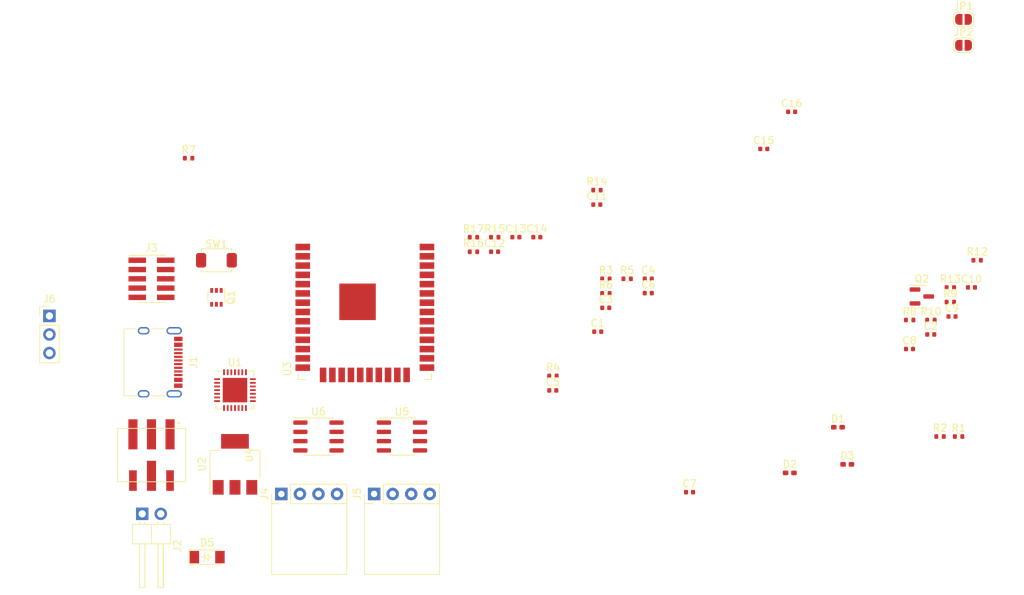
<source format=kicad_pcb>
(kicad_pcb (version 20211014) (generator pcbnew)
  (layers (0 "F.Cu" signal) (31 "B.Cu" signal) (34 "B.Paste" user) (35 "F.Paste" user) (36 "B.SilkS" user "B.Silkscreen") (37 "F.SilkS" user "F.Silkscreen") (38 "B.Mask" user) (39 "F.Mask" user) (44 "Edge.Cuts" user))
  (net 0 "")
  (net 4 "Net-(C2-Pad2)")
  (net 6 "Net-(D5-Pad2)")
  (net 7 "Net-(J2-Pad2)")
  (net 17 "GNDD")
  (net 19 "Net-(J1-PadA5)")
  (net 21 "Net-(J1-PadB5)")
  (net 23 "Net-(R6-Pad1)")
  (net 24 "+3V3")
  (net 25 "Net-(D3-Pad2)")
  (net 26 "Net-(D1-Pad2)")
  (net 27 "Net-(D2-Pad2)")
  (net 34 "Net-(R8-Pad2)")
  (net 37 "Net-(J3-Pad1)")
  (net 42 "Net-(R9-Pad2)")
  (net 43 "Net-(C3-Pad2)")
  (net 50 "Net-(C12-Pad2)")
  (net 51 "Net-(C14-Pad2)")
  (net 55 "Net-(J4-Pad1)")
  (net 56 "Net-(J4-Pad4)")
  (net 61 "Net-(C1-Pad2)")
  (net 62 "VBUS")
  (net 63 "EN")
  (net 64 "D+")
  (net 65 "Net-(R14-Pad2)")
  (net 66 "D-")
  (net 67 "Net-(R15-Pad2)")
  (net 68 "ESP_TMS")
  (net 69 "ESP_TCK")
  (net 71 "Net-(J4-Pad2)")
  (net 72 "Net-(J5-Pad2)")
  (net 73 "Net-(J4-Pad3)")
  (net 74 "Net-(J5-Pad3)")
  (net 75 "ESP_TDO")
  (net 76 "ESP_TDI")
  (net 77 "RTS")
  (net 78 "DTR")
  (net 79 "IO0")
  (net 80 "LED1")
  (net 81 "LED2")
  (net 82 "TXD0")
  (net 83 "RXD0")
  (net 84 "CHB")
  (net 85 "CHA")
  (net 86 "CFG1")
  (net 87 "CFG2")
  (net 88 "SWITCH")
  (net 89 "Net-(C10-Pad2)")
  (footprint "Capacitor_SMD:C_0402_1005Metric" (layer "F.Cu") (at 130.937 79.629)
    (fp_text reference "C1" (at 0 -1.16) (layer "F.SilkS"))
    (fp_text value "100n")
    (pad "1" smd roundrect (at -0.48 0) (size 0.56 0.62) (layers "F.Cu" "F.Paste" "F.Mask") (net 17 "GNDD"))
    (pad "2" smd roundrect (at 0.48 0) (size 0.56 0.62) (layers "F.Cu" "F.Paste" "F.Mask") (net 61 "Net-(C1-Pad2)"))
  )
  (footprint "Capacitor_SMD:C_0402_1005Metric" (layer "F.Cu") (at 132.037 76.359)
    (fp_text reference "C3" (at 0 -1.16) (layer "F.SilkS"))
    (fp_text value "10u")
    (pad "1" smd roundrect (at -0.48 0) (size 0.56 0.62) (layers "F.Cu" "F.Paste" "F.Mask") (net 17 "GNDD"))
    (pad "2" smd roundrect (at 0.48 0) (size 0.56 0.62) (layers "F.Cu" "F.Paste" "F.Mask") (net 43 "Net-(C3-Pad2)"))
  )
  (footprint "Capacitor_SMD:C_0402_1005Metric" (layer "F.Cu") (at 137.857 72.379)
    (fp_text reference "C4" (at 0 -1.16) (layer "F.SilkS"))
    (fp_text value "100n")
    (pad "1" smd roundrect (at -0.48 0) (size 0.56 0.62) (layers "F.Cu" "F.Paste" "F.Mask") (net 17 "GNDD"))
    (pad "2" smd roundrect (at 0.48 0) (size 0.56 0.62) (layers "F.Cu" "F.Paste" "F.Mask") (net 43 "Net-(C3-Pad2)"))
  )
  (footprint "Capacitor_SMD:C_0402_1005Metric" (layer "F.Cu") (at 124.787 87.669)
    (fp_text reference "C5" (at 0 -1.16) (layer "F.SilkS"))
    (fp_text value "100n")
    (pad "1" smd roundrect (at -0.48 0) (size 0.56 0.62) (layers "F.Cu" "F.Paste" "F.Mask") (net 17 "GNDD"))
    (pad "2" smd roundrect (at 0.48 0) (size 0.56 0.62) (layers "F.Cu" "F.Paste" "F.Mask") (net 62 "VBUS"))
  )
  (footprint "Capacitor_SMD:C_0402_1005Metric" (layer "F.Cu") (at 137.857 74.349)
    (fp_text reference "C6" (at 0 -1.16) (layer "F.SilkS"))
    (fp_text value "100n")
    (pad "1" smd roundrect (at -0.48 0) (size 0.56 0.62) (layers "F.Cu" "F.Paste" "F.Mask") (net 24 "+3V3"))
    (pad "2" smd roundrect (at 0.48 0) (size 0.56 0.62) (layers "F.Cu" "F.Paste" "F.Mask") (net 17 "GNDD"))
  )
  (footprint "Resistor_SMD:R_0402_1005Metric" (layer "F.Cu") (at 132.057 72.389)
    (fp_text reference "R3" (at 0 -1.17) (layer "F.SilkS"))
    (fp_text value "5K1")
    (pad "1" smd roundrect (at -0.51 0) (size 0.54 0.64) (layers "F.Cu" "F.Paste" "F.Mask") (net 25 "Net-(D3-Pad2)"))
    (pad "2" smd roundrect (at 0.51 0) (size 0.54 0.64) (layers "F.Cu" "F.Paste" "F.Mask") (net 24 "+3V3"))
  )
  (footprint "Resistor_SMD:R_0402_1005Metric" (layer "F.Cu") (at 124.807 85.689)
    (fp_text reference "R4" (at 0 -1.17) (layer "F.SilkS"))
    (fp_text value "5K1")
    (pad "1" smd roundrect (at -0.51 0) (size 0.54 0.64) (layers "F.Cu" "F.Paste" "F.Mask") (net 26 "Net-(D1-Pad2)"))
    (pad "2" smd roundrect (at 0.51 0) (size 0.54 0.64) (layers "F.Cu" "F.Paste" "F.Mask") (net 80 "LED1"))
  )
  (footprint "Resistor_SMD:R_0402_1005Metric" (layer "F.Cu") (at 134.967 72.389)
    (fp_text reference "R5" (at 0 -1.17) (layer "F.SilkS"))
    (fp_text value "5K1")
    (pad "1" smd roundrect (at -0.51 0) (size 0.54 0.64) (layers "F.Cu" "F.Paste" "F.Mask") (net 27 "Net-(D2-Pad2)"))
    (pad "2" smd roundrect (at 0.51 0) (size 0.54 0.64) (layers "F.Cu" "F.Paste" "F.Mask") (net 81 "LED2"))
  )
  (footprint "Resistor_SMD:R_0402_1005Metric" (layer "F.Cu") (at 132.057 74.379)
    (fp_text reference "R6" (at 0 -1.17) (layer "F.SilkS"))
    (fp_text value "5K1")
    (pad "1" smd roundrect (at -0.51 0) (size 0.54 0.64) (layers "F.Cu" "F.Paste" "F.Mask") (net 23 "Net-(R6-Pad1)"))
    (pad "2" smd roundrect (at 0.51 0) (size 0.54 0.64) (layers "F.Cu" "F.Paste" "F.Mask") (net 24 "+3V3"))
  )
  (footprint "Package_DFN_QFN:QFN-28-1EP_5x5mm_P0.5mm_EP3.35x3.35mm" (layer "F.Cu") (at 81.28 87.63)
    (fp_text reference "U1" (at 0 -3.8) (layer "F.SilkS"))
    (fp_text value "CP2102N-A01-GQFN28")
    (pad "1" smd roundrect (at -2.45 -1.5) (size 0.8 0.25) (layers "F.Cu" "F.Paste" "F.Mask"))
    (pad "2" smd roundrect (at -2.45 -1) (size 0.8 0.25) (layers "F.Cu" "F.Paste" "F.Mask"))
    (pad "3" smd roundrect (at -2.45 -0.5) (size 0.8 0.25) (layers "F.Cu" "F.Paste" "F.Mask") (net 17 "GNDD"))
    (pad "4" smd roundrect (at -2.45 0) (size 0.8 0.25) (layers "F.Cu" "F.Paste" "F.Mask") (net 64 "D+"))
    (pad "5" smd roundrect (at -2.45 0.5) (size 0.8 0.25) (layers "F.Cu" "F.Paste" "F.Mask") (net 66 "D-"))
    (pad "6" smd roundrect (at -2.45 1) (size 0.8 0.25) (layers "F.Cu" "F.Paste" "F.Mask") (net 24 "+3V3"))
    (pad "7" smd roundrect (at -2.45 1.5) (size 0.8 0.25) (layers "F.Cu" "F.Paste" "F.Mask") (net 24 "+3V3"))
    (pad "8" smd roundrect (at -1.5 2.45) (size 0.25 0.8) (layers "F.Cu" "F.Paste" "F.Mask") (net 62 "VBUS"))
    (pad "9" smd roundrect (at -1 2.45) (size 0.25 0.8) (layers "F.Cu" "F.Paste" "F.Mask") (net 23 "Net-(R6-Pad1)"))
    (pad "10" smd roundrect (at -0.5 2.45) (size 0.25 0.8) (layers "F.Cu" "F.Paste" "F.Mask"))
    (pad "11" smd roundrect (at 0 2.45) (size 0.25 0.8) (layers "F.Cu" "F.Paste" "F.Mask"))
    (pad "12" smd roundrect (at 0.5 2.45) (size 0.25 0.8) (layers "F.Cu" "F.Paste" "F.Mask"))
    (pad "13" smd roundrect (at 1 2.45) (size 0.25 0.8) (layers "F.Cu" "F.Paste" "F.Mask"))
    (pad "14" smd roundrect (at 1.5 2.45) (size 0.25 0.8) (layers "F.Cu" "F.Paste" "F.Mask"))
    (pad "15" smd roundrect (at 2.45 1.5) (size 0.8 0.25) (layers "F.Cu" "F.Paste" "F.Mask"))
    (pad "16" smd roundrect (at 2.45 1) (size 0.8 0.25) (layers "F.Cu" "F.Paste" "F.Mask"))
    (pad "17" smd roundrect (at 2.45 0.5) (size 0.8 0.25) (layers "F.Cu" "F.Paste" "F.Mask"))
    (pad "18" smd roundrect (at 2.45 0) (size 0.8 0.25) (layers "F.Cu" "F.Paste" "F.Mask"))
    (pad "19" smd roundrect (at 2.45 -0.5) (size 0.8 0.25) (layers "F.Cu" "F.Paste" "F.Mask"))
    (pad "20" smd roundrect (at 2.45 -1) (size 0.8 0.25) (layers "F.Cu" "F.Paste" "F.Mask"))
    (pad "21" smd roundrect (at 2.45 -1.5) (size 0.8 0.25) (layers "F.Cu" "F.Paste" "F.Mask"))
    (pad "22" smd roundrect (at 1.5 -2.45) (size 0.25 0.8) (layers "F.Cu" "F.Paste" "F.Mask"))
    (pad "23" smd roundrect (at 1 -2.45) (size 0.25 0.8) (layers "F.Cu" "F.Paste" "F.Mask"))
    (pad "24" smd roundrect (at 0.5 -2.45) (size 0.25 0.8) (layers "F.Cu" "F.Paste" "F.Mask") (net 77 "RTS"))
    (pad "25" smd roundrect (at 0 -2.45) (size 0.25 0.8) (layers "F.Cu" "F.Paste" "F.Mask") (net 34 "Net-(R8-Pad2)"))
    (pad "26" smd roundrect (at -0.5 -2.45) (size 0.25 0.8) (layers "F.Cu" "F.Paste" "F.Mask") (net 42 "Net-(R9-Pad2)"))
    (pad "27" smd roundrect (at -1 -2.45) (size 0.25 0.8) (layers "F.Cu" "F.Paste" "F.Mask"))
    (pad "28" smd roundrect (at -1.5 -2.45) (size 0.25 0.8) (layers "F.Cu" "F.Paste" "F.Mask") (net 78 "DTR"))
    (pad "29" smd rect (at 0 0) (size 3.35 3.35) (layers "F.Cu" "F.Mask") (net 17 "GNDD"))
  )
  (footprint "stepper_monitor:ESP32-WROOM-32" (layer "F.Cu") (at 99.06 76.295)
    (fp_text reference "U3" (at -10.61 8.43 90) (layer "F.SilkS"))
    (fp_text value "ESP32-WROOM-32D")
    (pad "1" smd rect (at -8.5 -8.255) (size 2 0.9) (layers "F.Cu" "F.Paste" "F.Mask") (net 17 "GNDD"))
    (pad "2" smd rect (at -8.5 -6.985) (size 2 0.9) (layers "F.Cu" "F.Paste" "F.Mask") (net 24 "+3V3"))
    (pad "3" smd rect (at -8.5 -5.715) (size 2 0.9) (layers "F.Cu" "F.Paste" "F.Mask") (net 63 "EN"))
    (pad "4" smd rect (at -8.5 -4.445) (size 2 0.9) (layers "F.Cu" "F.Paste" "F.Mask"))
    (pad "5" smd rect (at -8.5 -3.175) (size 2 0.9) (layers "F.Cu" "F.Paste" "F.Mask"))
    (pad "6" smd rect (at -8.5 -1.905) (size 2 0.9) (layers "F.Cu" "F.Paste" "F.Mask"))
    (pad "7" smd rect (at -8.5 -0.635) (size 2 0.9) (layers "F.Cu" "F.Paste" "F.Mask"))
    (pad "8" smd rect (at -8.5 0.635) (size 2 0.9) (layers "F.Cu" "F.Paste" "F.Mask") (net 85 "CHA"))
    (pad "9" smd rect (at -8.5 1.905) (size 2 0.9) (layers "F.Cu" "F.Paste" "F.Mask") (net 84 "CHB"))
    (pad "10" smd rect (at -8.5 3.175) (size 2 0.9) (layers "F.Cu" "F.Paste" "F.Mask") (net 88 "SWITCH"))
    (pad "11" smd rect (at -8.5 4.445) (size 2 0.9) (layers "F.Cu" "F.Paste" "F.Mask") (net 80 "LED1"))
    (pad "12" smd rect (at -8.5 5.715) (size 2 0.9) (layers "F.Cu" "F.Paste" "F.Mask") (net 81 "LED2"))
    (pad "13" smd rect (at -8.5 6.985) (size 2 0.9) (layers "F.Cu" "F.Paste" "F.Mask") (net 68 "ESP_TMS"))
    (pad "14" smd rect (at -8.5 8.255) (size 2 0.9) (layers "F.Cu" "F.Paste" "F.Mask") (net 76 "ESP_TDI"))
    (pad "15" smd rect (at -5.715 9.255 90) (size 2 0.9) (layers "F.Cu" "F.Paste" "F.Mask") (net 17 "GNDD"))
    (pad "16" smd rect (at -4.445 9.255 90) (size 2 0.9) (layers "F.Cu" "F.Paste" "F.Mask") (net 69 "ESP_TCK"))
    (pad "17" smd rect (at -3.175 9.255 90) (size 2 0.9) (layers "F.Cu" "F.Paste" "F.Mask"))
    (pad "18" smd rect (at -1.905 9.255 90) (size 2 0.9) (layers "F.Cu" "F.Paste" "F.Mask"))
    (pad "19" smd rect (at -0.635 9.255 90) (size 2 0.9) (layers "F.Cu" "F.Paste" "F.Mask"))
    (pad "20" smd rect (at 0.635 9.255 90) (size 2 0.9) (layers "F.Cu" "F.Paste" "F.Mask"))
    (pad "21" smd rect (at 1.905 9.255 90) (size 2 0.9) (layers "F.Cu" "F.Paste" "F.Mask"))
    (pad "22" smd rect (at 3.175 9.255 90) (size 2 0.9) (layers "F.Cu" "F.Paste" "F.Mask"))
    (pad "23" smd rect (at 4.445 9.255 90) (size 2 0.9) (layers "F.Cu" "F.Paste" "F.Mask") (net 75 "ESP_TDO"))
    (pad "24" smd rect (at 5.715 9.255 90) (size 2 0.9) (layers "F.Cu" "F.Paste" "F.Mask"))
    (pad "25" smd rect (at 8.5 8.255) (size 2 0.9) (layers "F.Cu" "F.Paste" "F.Mask") (net 79 "IO0"))
    (pad "26" smd rect (at 8.5 6.985) (size 2 0.9) (layers "F.Cu" "F.Paste" "F.Mask"))
    (pad "27" smd rect (at 8.5 5.715) (size 2 0.9) (layers "F.Cu" "F.Paste" "F.Mask"))
    (pad "28" smd rect (at 8.5 4.445) (size 2 0.9) (layers "F.Cu" "F.Paste" "F.Mask"))
    (pad "29" smd rect (at 8.5 3.175) (size 2 0.9) (layers "F.Cu" "F.Paste" "F.Mask"))
    (pad "30" smd rect (at 8.5 1.905) (size 2 0.9) (layers "F.Cu" "F.Paste" "F.Mask") (net 86 "CFG1"))
    (pad "31" smd rect (at 8.5 0.635) (size 2 0.9) (layers "F.Cu" "F.Paste" "F.Mask") (net 87 "CFG2"))
    (pad "32" smd rect (at 8.5 -0.635) (size 2 0.9) (layers "F.Cu" "F.Paste" "F.Mask"))
    (pad "33" smd rect (at 8.5 -1.905) (size 2 0.9) (layers "F.Cu" "F.Paste" "F.Mask"))
    (pad "34" smd rect (at 8.5 -3.175) (size 2 0.9) (layers "F.Cu" "F.Paste" "F.Mask") (net 83 "RXD0"))
    (pad "35" smd rect (at 8.5 -4.445) (size 2 0.9) (layers "F.Cu" "F.Paste" "F.Mask") (net 82 "TXD0"))
    (pad "36" smd rect (at 8.5 -5.715) (size 2 0.9) (layers "F.Cu" "F.Paste" "F.Mask"))
    (pad "37" smd rect (at 8.5 -6.985) (size 2 0.9) (layers "F.Cu" "F.Paste" "F.Mask"))
    (pad "38" smd rect (at 8.5 -8.255) (size 2 0.9) (layers "F.Cu" "F.Paste" "F.Mask") (net 17 "GNDD"))
    (pad "39" smd rect (at -1 -0.755) (size 5 5) (layers "F.Cu" "F.Paste" "F.Mask") (net 17 "GNDD"))
  )
  (footprint "stepper_monitor:USB_C_Receptacle_XKB_U262-16XN-4BVC11" (layer "F.Cu") (at 69.85 83.82 -90)
    (fp_text reference "J1" (at 0 -5.715 90) (layer "F.SilkS"))
    (fp_text value "USB_C_Receptacle_USB2.0")
    (pad "" np_thru_hole circle locked (at 2.89 -2.605 270) (size 0.65 0.65) (drill 0.65) (layers *.Cu *.Mask))
    (pad "" np_thru_hole circle locked (at -2.89 -2.605 270) (size 0.65 0.65) (drill 0.65) (layers *.Cu *.Mask))
    (pad "A5" smd rect locked (at -1.25 -3.67 270) (size 0.3 1.15) (layers "F.Cu" "F.Paste" "F.Mask") (net 19 "Net-(J1-PadA5)"))
    (pad "A6" smd rect locked (at -0.25 -3.67 270) (size 0.3 1.15) (layers "F.Cu" "F.Paste" "F.Mask") (net 64 "D+"))
    (pad "A7" smd rect locked (at 0.25 -3.67 270) (size 0.3 1.15) (layers "F.Cu" "F.Paste" "F.Mask") (net 66 "D-"))
    (pad "A8" smd rect locked (at 1.25 -3.67 270) (size 0.3 1.15) (layers "F.Cu" "F.Paste" "F.Mask"))
    (pad "B5" smd rect locked (at 1.75 -3.67 270) (size 0.3 1.15) (layers "F.Cu" "F.Paste" "F.Mask") (net 21 "Net-(J1-PadB5)"))
    (pad "B6" smd rect locked (at 0.75 -3.67 270) (size 0.3 1.15) (layers "F.Cu" "F.Paste" "F.Mask") (net 64 "D+"))
    (pad "B7" smd rect locked (at -0.75 -3.67 270) (size 0.3 1.15) (layers "F.Cu" "F.Paste" "F.Mask") (net 66 "D-"))
    (pad "B8" smd rect locked (at -1.75 -3.67 270) (size 0.3 1.15) (layers "F.Cu" "F.Paste" "F.Mask"))
    (pad "G" smd rect locked (at -3.2 -3.67 270) (size 0.6 1.15) (layers "F.Cu" "F.Paste" "F.Mask") (net 17 "GNDD"))
    (pad "G" smd rect locked (at 3.2 -3.67 270) (size 0.6 1.15) (layers "F.Cu" "F.Paste" "F.Mask") (net 17 "GNDD"))
    (pad "S1" thru_hole oval locked (at 4.32 1.075 270) (size 1 1.6) (drill oval 0.6 1.2) (layers *.Cu *.Mask))
    (pad "S1" thru_hole oval locked (at 4.32 -3.105 270) (size 1 2.1) (drill oval 0.6 1.7) (layers *.Cu *.Mask))
    (pad "S1" thru_hole oval locked (at -4.32 1.075 270) (size 1 1.6) (drill oval 0.6 1.2) (layers *.Cu *.Mask))
    (pad "S1" thru_hole oval locked (at -4.32 -3.105 270) (size 1 2.1) (drill oval 0.6 1.7) (layers *.Cu *.Mask))
    (pad "VB" smd rect locked (at 2.4 -3.67 270) (size 0.6 1.15) (layers "F.Cu" "F.Paste" "F.Mask") (net 62 "VBUS"))
    (pad "VB" smd rect locked (at -2.4 -3.67 270) (size 0.6 1.15) (layers "F.Cu" "F.Paste" "F.Mask") (net 62 "VBUS"))
  )
  (footprint "Resistor_SMD:R_0402_1005Metric" (layer "F.Cu") (at 180.34 93.98)
    (fp_text reference "R1" (at 0 -1.17) (layer "F.SilkS"))
    (fp_text value "5K1")
    (pad "1" smd roundrect (at -0.51 0) (size 0.54 0.64) (layers "F.Cu" "F.Paste" "F.Mask") (net 17 "GNDD"))
    (pad "2" smd roundrect (at 0.51 0) (size 0.54 0.64) (layers "F.Cu" "F.Paste" "F.Mask") (net 19 "Net-(J1-PadA5)"))
  )
  (footprint "Resistor_SMD:R_0402_1005Metric" (layer "F.Cu") (at 177.8 93.98)
    (fp_text reference "R2" (at 0 -1.17) (layer "F.SilkS"))
    (fp_text value "5K1")
    (pad "1" smd roundrect (at -0.51 0) (size 0.54 0.64) (layers "F.Cu" "F.Paste" "F.Mask") (net 17 "GNDD"))
    (pad "2" smd roundrect (at 0.51 0) (size 0.54 0.64) (layers "F.Cu" "F.Paste" "F.Mask") (net 21 "Net-(J1-PadB5)"))
  )
  (footprint "Capacitor_SMD:C_0402_1005Metric" (layer "F.Cu") (at 130.81 62.23)
    (fp_text reference "C11" (at 0 -1.16) (layer "F.SilkS"))
    (fp_text value "100n")
    (pad "1" smd roundrect (at -0.48 0) (size 0.56 0.62) (layers "F.Cu" "F.Paste" "F.Mask") (net 17 "GNDD"))
    (pad "2" smd roundrect (at 0.48 0) (size 0.56 0.62) (layers "F.Cu" "F.Paste" "F.Mask") (net 24 "+3V3"))
  )
  (footprint "Package_SO:SOIC-8_3.9x4.9mm_P1.27mm" (layer "F.Cu") (at 104.14 93.98)
    (fp_text reference "U5" (at 0 -3.4) (layer "F.SilkS"))
    (fp_text value "CC6920BSO-5A")
    (pad "1" smd roundrect (at -2.475 -1.905) (size 1.95 0.6) (layers "F.Cu" "F.Paste" "F.Mask") (net 71 "Net-(J4-Pad2)"))
    (pad "2" smd roundrect (at -2.475 -0.635) (size 1.95 0.6) (layers "F.Cu" "F.Paste" "F.Mask") (net 71 "Net-(J4-Pad2)"))
    (pad "3" smd roundrect (at -2.475 0.635) (size 1.95 0.6) (layers "F.Cu" "F.Paste" "F.Mask") (net 72 "Net-(J5-Pad2)"))
    (pad "4" smd roundrect (at -2.475 1.905) (size 1.95 0.6) (layers "F.Cu" "F.Paste" "F.Mask") (net 72 "Net-(J5-Pad2)"))
    (pad "5" smd roundrect (at 2.475 1.905) (size 1.95 0.6) (layers "F.Cu" "F.Paste" "F.Mask") (net 17 "GNDD"))
    (pad "6" smd roundrect (at 2.475 0.635) (size 1.95 0.6) (layers "F.Cu" "F.Paste" "F.Mask") (net 50 "Net-(C12-Pad2)"))
    (pad "7" smd roundrect (at 2.475 -0.635) (size 1.95 0.6) (layers "F.Cu" "F.Paste" "F.Mask") (net 65 "Net-(R14-Pad2)"))
    (pad "8" smd roundrect (at 2.475 -1.905) (size 1.95 0.6) (layers "F.Cu" "F.Paste" "F.Mask") (net 24 "+3V3"))
  )
  (footprint "Jumper:SolderJumper-2_P1.3mm_Open_RoundedPad1.0x1.5mm" (layer "F.Cu") (at 181.02 36.87)
    (fp_text reference "JP1" (at 0 -1.8) (layer "F.SilkS"))
    (fp_text value "SolderJumper_2_Open")
    (pad "1" smd custom (at -0.65 0) (size 1 0.5) (layers "F.Cu" "F.Mask") (net 43 "Net-(C3-Pad2)") (options (clearance outline) (anchor rect)) (primitives (gr_circle (center 0 0.25) (end 0.5 0.25) (width 0) (fill yes)) (gr_circle (center 0 -0.25) (end 0.5 -0.25) (width 0) (fill yes)) (gr_poly (pts (xy 0.5 0.75) (xy 0 0.75) (xy 0 -0.75) (xy 0.5 -0.75)) (width 0) (fill yes))))
    (pad "2" smd custom (at 0.65 0) (size 1 0.5) (layers "F.Cu" "F.Mask") (net 24 "+3V3") (options (clearance outline) (anchor rect)) (primitives (gr_circle (center 0 0.25) (end 0.5 0.25) (width 0) (fill yes)) (gr_circle (center 0 -0.25) (end 0.5 -0.25) (width 0) (fill yes)) (gr_poly (pts (xy 0 0.75) (xy -0.5 0.75) (xy -0.5 -0.75) (xy 0 -0.75)) (width 0) (fill yes))))
  )
  (footprint "Resistor_SMD:R_0402_1005Metric" (layer "F.Cu") (at 113.93 68.69)
    (fp_text reference "R16" (at 0 -1.17) (layer "F.SilkS"))
    (fp_text value "DNP")
    (pad "1" smd roundrect (at -0.51 0) (size 0.54 0.64) (layers "F.Cu" "F.Paste" "F.Mask") (net 86 "CFG1"))
    (pad "2" smd roundrect (at 0.51 0) (size 0.54 0.64) (layers "F.Cu" "F.Paste" "F.Mask") (net 17 "GNDD"))
  )
  (footprint "Package_TO_SOT_SMD:SOT-23" (layer "F.Cu") (at 175.31 74.81)
    (fp_text reference "Q2" (at 0 -2.4) (layer "F.SilkS"))
    (fp_text value "PJA3439")
    (pad "1" smd roundrect (at -0.9375 -0.95) (size 1.475 0.6) (layers "F.Cu" "F.Paste" "F.Mask") (net 6 "Net-(D5-Pad2)"))
    (pad "2" smd roundrect (at -0.9375 0.95) (size 1.475 0.6) (layers "F.Cu" "F.Paste" "F.Mask") (net 4 "Net-(C2-Pad2)"))
    (pad "3" smd roundrect (at 0.9375 0) (size 1.475 0.6) (layers "F.Cu" "F.Paste" "F.Mask") (net 7 "Net-(J2-Pad2)"))
  )
  (footprint "Capacitor_SMD:C_0402_1005Metric" (layer "F.Cu") (at 116.82 68.68)
    (fp_text reference "C12" (at 0 -1.16) (layer "F.SilkS"))
    (fp_text value "DNP")
    (pad "1" smd roundrect (at -0.48 0) (size 0.56 0.62) (layers "F.Cu" "F.Paste" "F.Mask") (net 17 "GNDD"))
    (pad "2" smd roundrect (at 0.48 0) (size 0.56 0.62) (layers "F.Cu" "F.Paste" "F.Mask") (net 50 "Net-(C12-Pad2)"))
  )
  (footprint "Resistor_SMD:R_0402_1005Metric" (layer "F.Cu") (at 130.83 60.25)
    (fp_text reference "R14" (at 0 -1.17) (layer "F.SilkS"))
    (fp_text value "1K")
    (pad "1" smd roundrect (at -0.51 0) (size 0.54 0.64) (layers "F.Cu" "F.Paste" "F.Mask") (net 84 "CHB"))
    (pad "2" smd roundrect (at 0.51 0) (size 0.54 0.64) (layers "F.Cu" "F.Paste" "F.Mask") (net 65 "Net-(R14-Pad2)"))
  )
  (footprint "stepper_probe:connector_4pins_horizontal" (layer "F.Cu") (at 91.44 101.845 180)
    (fp_text reference "J4" (at 6.14 0 90) (layer "F.SilkS"))
    (fp_text value "Conn_01x04_Male")
    (pad "1" thru_hole rect locked (at 3.81 0 180) (size 1.7 1.7) (drill 0.889) (layers *.Cu *.Mask) (net 55 "Net-(J4-Pad1)"))
    (pad "2" thru_hole oval locked (at 1.27 0 180) (size 1.7 1.7) (drill 0.889) (layers *.Cu *.Mask) (net 71 "Net-(J4-Pad2)"))
    (pad "3" thru_hole oval locked (at -1.27 0 180) (size 1.7 1.7) (drill 0.889) (layers *.Cu *.Mask) (net 73 "Net-(J4-Pad3)"))
    (pad "4" thru_hole oval locked (at -3.81 0 180) (size 1.7 1.7) (drill 0.889) (layers *.Cu *.Mask) (net 56 "Net-(J4-Pad4)"))
  )
  (footprint "Connector_PinHeader_2.54mm:PinHeader_1x03_P2.54mm_Vertical" (layer "F.Cu") (at 55.88 77.47)
    (fp_text reference "J6" (at 0 -2.33) (layer "F.SilkS"))
    (fp_text value "Conn_01x03_Male")
    (pad "1" thru_hole rect (at 0 0) (size 1.7 1.7) (drill 1) (layers *.Cu *.Mask) (net 89 "Net-(C10-Pad2)"))
    (pad "2" thru_hole oval (at 0 2.54) (size 1.7 1.7) (drill 1) (layers *.Cu *.Mask) (net 61 "Net-(C1-Pad2)"))
    (pad "3" thru_hole oval (at 0 5.08) (size 1.7 1.7) (drill 1) (layers *.Cu *.Mask) (net 62 "VBUS"))
  )
  (footprint "Resistor_SMD:R_0402_1005Metric" (layer "F.Cu") (at 179.21 73.58)
    (fp_text reference "R13" (at 0 -1.17) (layer "F.SilkS"))
    (fp_text value "20K")
    (pad "1" smd roundrect (at -0.51 0) (size 0.54 0.64) (layers "F.Cu" "F.Paste" "F.Mask") (net 6 "Net-(D5-Pad2)"))
    (pad "2" smd roundrect (at 0.51 0) (size 0.54 0.64) (layers "F.Cu" "F.Paste" "F.Mask") (net 17 "GNDD"))
  )
  (footprint "Capacitor_SMD:C_0402_1005Metric" (layer "F.Cu") (at 173.62 82)
    (fp_text reference "C8" (at 0 -1.16) (layer "F.SilkS"))
    (fp_text value "100n 50V")
    (pad "1" smd roundrect (at -0.48 0) (size 0.56 0.62) (layers "F.Cu" "F.Paste" "F.Mask") (net 17 "GNDD"))
    (pad "2" smd roundrect (at 0.48 0) (size 0.56 0.62) (layers "F.Cu" "F.Paste" "F.Mask") (net 4 "Net-(C2-Pad2)"))
  )
  (footprint "Package_TO_SOT_SMD:SOT-223-3_TabPin2" (layer "F.Cu") (at 81.28 97.79 90)
    (fp_text reference "U2" (at 0 -4.5 90) (layer "F.SilkS"))
    (fp_text value "AMS1117-3.3")
    (pad "1" smd rect (at -3.15 -2.3 90) (size 2 1.5) (layers "F.Cu" "F.Paste" "F.Mask") (net 17 "GNDD"))
    (pad "2" smd rect (at 3.15 0 90) (size 2 3.8) (layers "F.Cu" "F.Paste" "F.Mask") (net 43 "Net-(C3-Pad2)"))
    (pad "2" smd rect (at -3.15 0 90) (size 2 1.5) (layers "F.Cu" "F.Paste" "F.Mask") (net 43 "Net-(C3-Pad2)"))
    (pad "3" smd rect (at -3.15 2.3 90) (size 2 1.5) (layers "F.Cu" "F.Paste" "F.Mask") (net 61 "Net-(C1-Pad2)"))
  )
  (footprint "Capacitor_SMD:C_0402_1005Metric" (layer "F.Cu") (at 176.53 80.01)
    (fp_text reference "C2" (at 0 -1.16) (layer "F.SilkS"))
    (fp_text value "10u 50V")
    (pad "1" smd roundrect (at -0.48 0) (size 0.56 0.62) (layers "F.Cu" "F.Paste" "F.Mask") (net 17 "GNDD"))
    (pad "2" smd roundrect (at 0.48 0) (size 0.56 0.62) (layers "F.Cu" "F.Paste" "F.Mask") (net 4 "Net-(C2-Pad2)"))
  )
  (footprint "Package_TO_SOT_SMD:SOT-363_SC-70-6" (layer "F.Cu") (at 78.74 74.93 -90)
    (fp_text reference "Q1" (at 0 -2 90) (layer "F.SilkS"))
    (fp_text value "UMH3N")
    (pad "1" smd rect (at -0.95 -0.65 270) (size 0.65 0.4) (layers "F.Cu" "F.Paste" "F.Mask") (net 77 "RTS"))
    (pad "2" smd rect (at -0.95 0 270) (size 0.65 0.4) (layers "F.Cu" "F.Paste" "F.Mask") (net 78 "DTR"))
    (pad "3" smd rect (at -0.95 0.65 270) (size 0.65 0.4) (layers "F.Cu" "F.Paste" "F.Mask") (net 79 "IO0"))
    (pad "4" smd rect (at 0.95 0.65 270) (size 0.65 0.4) (layers "F.Cu" "F.Paste" "F.Mask") (net 78 "DTR"))
    (pad "5" smd rect (at 0.95 0 270) (size 0.65 0.4) (layers "F.Cu" "F.Paste" "F.Mask") (net 77 "RTS"))
    (pad "6" smd rect (at 0.95 -0.65 270) (size 0.65 0.4) (layers "F.Cu" "F.Paste" "F.Mask") (net 63 "EN"))
  )
  (footprint "Capacitor_SMD:C_0402_1005Metric" (layer "F.Cu") (at 143.51 101.6)
    (fp_text reference "C7" (at 0 -1.16) (layer "F.SilkS"))
    (fp_text value "4u7")
    (pad "1" smd roundrect (at -0.48 0) (size 0.56 0.62) (layers "F.Cu" "F.Paste" "F.Mask") (net 17 "GNDD"))
    (pad "2" smd roundrect (at 0.48 0) (size 0.56 0.62) (layers "F.Cu" "F.Paste" "F.Mask") (net 63 "EN"))
  )
  (footprint "Capacitor_SMD:C_0402_1005Metric" (layer "F.Cu") (at 122.6 66.69)
    (fp_text reference "C14" (at 0 -1.16) (layer "F.SilkS"))
    (fp_text value "DNP")
    (pad "1" smd roundrect (at -0.48 0) (size 0.56 0.62) (layers "F.Cu" "F.Paste" "F.Mask") (net 17 "GNDD"))
    (pad "2" smd roundrect (at 0.48 0) (size 0.56 0.62) (layers "F.Cu" "F.Paste" "F.Mask") (net 51 "Net-(C14-Pad2)"))
  )
  (footprint "Resistor_SMD:R_0402_1005Metric" (layer "F.Cu") (at 113.93 66.7)
    (fp_text reference "R17" (at 0 -1.17) (layer "F.SilkS"))
    (fp_text value "DNP")
    (pad "1" smd roundrect (at -0.51 0) (size 0.54 0.64) (layers "F.Cu" "F.Paste" "F.Mask") (net 87 "CFG2"))
    (pad "2" smd roundrect (at 0.51 0) (size 0.54 0.64) (layers "F.Cu" "F.Paste" "F.Mask") (net 17 "GNDD"))
  )
  (footprint "Resistor_SMD:R_0402_1005Metric" (layer "F.Cu") (at 179.21 75.57)
    (fp_text reference "R9" (at 0 -1.17) (layer "F.SilkS"))
    (fp_text value "1K")
    (pad "1" smd roundrect (at -0.51 0) (size 0.54 0.64) (layers "F.Cu" "F.Paste" "F.Mask") (net 83 "RXD0"))
    (pad "2" smd roundrect (at 0.51 0) (size 0.54 0.64) (layers "F.Cu" "F.Paste" "F.Mask") (net 42 "Net-(R9-Pad2)"))
  )
  (footprint "stepper_probe:SW_Push_SPST_NO_Alps_SKRK" (layer "F.Cu") (at 78.74 69.85)
    (fp_text reference "SW1" (at 0 -2.25) (layer "F.SilkS"))
    (fp_text value "SW_Push")
    (pad "1" smd roundrect locked (at -2.1 0) (size 1.4 2) (layers "F.Cu" "F.Paste" "F.Mask") (net 17 "GNDD"))
    (pad "2" smd roundrect locked (at 2.1 0) (size 1.4 2) (layers "F.Cu" "F.Paste" "F.Mask") (net 88 "SWITCH"))
  )
  (footprint "stepper_monitor:Converter_DCDC" (layer "F.Cu") (at 69.85 96.52 180)
    (fp_text reference "U4" (at -13.35 0 90) (layer "F.SilkS"))
    (fp_text value "5V")
    (pad "1" smd rect (at -2.54 2.84 180) (size 1.25 4.12) (layers "F.Cu" "F.Paste" "F.Mask") (net 4 "Net-(C2-Pad2)"))
    (pad "2" smd rect (at 0 2.84 180) (size 1.25 4.12) (layers "F.Cu" "F.Paste" "F.Mask") (net 17 "GNDD"))
    (pad "3" smd rect (at 2.54 2.84 180) (size 1.25 4.12) (layers "F.Cu" "F.Paste" "F.Mask") (net 89 "Net-(C10-Pad2)"))
    (pad "4" smd rect (at 2.54 -3.49 180) (size 1.05 2.82) (layers "F.Cu" "F.Paste" "F.Mask"))
    (pad "5" smd rect (at 0 -2.84 180) (size 1.25 4.12) (layers "F.Cu" "F.Paste" "F.Mask") (net 17 "GNDD"))
    (pad "6" smd rect (at -2.54 -3.49 180) (size 1.05 2.82) (layers "F.Cu" "F.Paste" "F.Mask"))
  )
  (footprint "stepper_probe:LED_0402_1005Metric_Pad0.77x0.64mm_HandSolder" (layer "F.Cu") (at 163.83 92.71)
    (fp_text reference "D1" (at 0 -1.17) (layer "F.SilkS"))
    (fp_text value "RED")
    (pad "1" smd roundrect locked (at -0.5725 0) (size 0.765 0.64) (layers "F.Cu" "F.Paste" "F.Mask") (net 17 "GNDD"))
    (pad "2" smd roundrect locked (at 0.5725 0) (size 0.765 0.64) (layers "F.Cu" "F.Paste" "F.Mask") (net 26 "Net-(D1-Pad2)"))
  )
  (footprint "Capacitor_SMD:C_0402_1005Metric" (layer "F.Cu") (at 179.44 77.55)
    (fp_text reference "C9" (at 0 -1.16) (layer "F.SilkS"))
    (fp_text value "10u")
    (pad "1" smd roundrect (at -0.48 0) (size 0.56 0.62) (layers "F.Cu" "F.Paste" "F.Mask") (net 17 "GNDD"))
    (pad "2" smd roundrect (at 0.48 0) (size 0.56 0.62) (layers "F.Cu" "F.Paste" "F.Mask") (net 89 "Net-(C10-Pad2)"))
  )
  (footprint "Resistor_SMD:R_0402_1005Metric" (layer "F.Cu") (at 74.93 55.88)
    (fp_text reference "R7" (at 0 -1.17) (layer "F.SilkS"))
    (fp_text value "10K")
    (pad "1" smd roundrect (at -0.51 0) (size 0.54 0.64) (layers "F.Cu" "F.Paste" "F.Mask") (net 63 "EN"))
    (pad "2" smd roundrect (at 0.51 0) (size 0.54 0.64) (layers "F.Cu" "F.Paste" "F.Mask") (net 24 "+3V3"))
  )
  (footprint "Resistor_SMD:R_0402_1005Metric" (layer "F.Cu") (at 173.64 78.03)
    (fp_text reference "R8" (at 0 -1.17) (layer "F.SilkS"))
    (fp_text value "1K")
    (pad "1" smd roundrect (at -0.51 0) (size 0.54 0.64) (layers "F.Cu" "F.Paste" "F.Mask") (net 82 "TXD0"))
    (pad "2" smd roundrect (at 0.51 0) (size 0.54 0.64) (layers "F.Cu" "F.Paste" "F.Mask") (net 34 "Net-(R8-Pad2)"))
  )
  (footprint "stepper_probe:D_MiniMELF_zenner" (layer "F.Cu") (at 77.47 110.49)
    (fp_text reference "D5" (at 0 -2) (layer "F.SilkS"))
    (fp_text value "5V6")
    (pad "1" smd rect locked (at -1.75 0) (size 1.3 1.7) (layers "F.Cu" "F.Paste" "F.Mask") (net 4 "Net-(C2-Pad2)"))
    (pad "2" smd rect locked (at 1.75 0) (size 1.3 1.7) (layers "F.Cu" "F.Paste" "F.Mask") (net 6 "Net-(D5-Pad2)"))
  )
  (footprint "stepper_probe:LED_0402_1005Metric_Pad0.77x0.64mm_HandSolder" (layer "F.Cu") (at 165.1 97.79)
    (fp_text reference "D3" (at 0 -1.17) (layer "F.SilkS"))
    (fp_text value "RED")
    (pad "1" smd roundrect locked (at -0.5725 0) (size 0.765 0.64) (layers "F.Cu" "F.Paste" "F.Mask") (net 17 "GNDD"))
    (pad "2" smd roundrect locked (at 0.5725 0) (size 0.765 0.64) (layers "F.Cu" "F.Paste" "F.Mask") (net 25 "Net-(D3-Pad2)"))
  )
  (footprint "Resistor_SMD:R_0402_1005Metric" (layer "F.Cu") (at 116.84 66.7)
    (fp_text reference "R15" (at 0 -1.17) (layer "F.SilkS"))
    (fp_text value "1K")
    (pad "1" smd roundrect (at -0.51 0) (size 0.54 0.64) (layers "F.Cu" "F.Paste" "F.Mask") (net 85 "CHA"))
    (pad "2" smd roundrect (at 0.51 0) (size 0.54 0.64) (layers "F.Cu" "F.Paste" "F.Mask") (net 67 "Net-(R15-Pad2)"))
  )
  (footprint "Resistor_SMD:R_0402_1005Metric" (layer "F.Cu") (at 182.88 69.85)
    (fp_text reference "R12" (at 0 -1.17) (layer "F.SilkS"))
    (fp_text value "300K")
    (pad "1" smd roundrect (at -0.51 0) (size 0.54 0.64) (layers "F.Cu" "F.Paste" "F.Mask") (net 7 "Net-(J2-Pad2)"))
    (pad "2" smd roundrect (at 0.51 0) (size 0.54 0.64) (layers "F.Cu" "F.Paste" "F.Mask") (net 17 "GNDD"))
  )
  (footprint "stepper_probe:LED_0402_1005Metric_Pad0.77x0.64mm_HandSolder" (layer "F.Cu") (at 157.23 98.96)
    (fp_text reference "D2" (at 0 -1.17) (layer "F.SilkS"))
    (fp_text value "YELLOW")
    (pad "1" smd roundrect locked (at -0.5725 0) (size 0.765 0.64) (layers "F.Cu" "F.Paste" "F.Mask") (net 17 "GNDD"))
    (pad "2" smd roundrect locked (at 0.5725 0) (size 0.765 0.64) (layers "F.Cu" "F.Paste" "F.Mask") (net 27 "Net-(D2-Pad2)"))
  )
  (footprint "stepper_probe:PinHeader_1x02_P2.54mm_Horizontal_JLCPCB" (layer "F.Cu") (at 69.85 104.565 180)
    (fp_text reference "J2" (at -3.54 -4.385 90) (layer "F.SilkS"))
    (fp_text value "Conn_01x02_Male")
    (pad "1" thru_hole rect locked (at 1.27 0 180) (size 1.7 1.7) (drill 1) (layers *.Cu *.Mask) (net 17 "GNDD"))
    (pad "2" thru_hole circle locked (at -1.27 0 180) (size 1.7 1.7) (drill 1) (layers *.Cu *.Mask) (net 7 "Net-(J2-Pad2)"))
  )
  (footprint "Package_SO:SOIC-8_3.9x4.9mm_P1.27mm" (layer "F.Cu") (at 92.71 93.98)
    (fp_text reference "U6" (at 0 -3.4) (layer "F.SilkS"))
    (fp_text value "CC6920BSO-5A")
    (pad "1" smd roundrect (at -2.475 -1.905) (size 1.95 0.6) (layers "F.Cu" "F.Paste" "F.Mask") (net 73 "Net-(J4-Pad3)"))
    (pad "2" smd roundrect (at -2.475 -0.635) (size 1.95 0.6) (layers "F.Cu" "F.Paste" "F.Mask") (net 73 "Net-(J4-Pad3)"))
    (pad "3" smd roundrect (at -2.475 0.635) (size 1.95 0.6) (layers "F.Cu" "F.Paste" "F.Mask") (net 74 "Net-(J5-Pad3)"))
    (pad "4" smd roundrect (at -2.475 1.905) (size 1.95 0.6) (layers "F.Cu" "F.Paste" "F.Mask") (net 74 "Net-(J5-Pad3)"))
    (pad "5" smd roundrect (at 2.475 1.905) (size 1.95 0.6) (layers "F.Cu" "F.Paste" "F.Mask") (net 17 "GNDD"))
    (pad "6" smd roundrect (at 2.475 0.635) (size 1.95 0.6) (layers "F.Cu" "F.Paste" "F.Mask") (net 51 "Net-(C14-Pad2)"))
    (pad "7" smd roundrect (at 2.475 -0.635) (size 1.95 0.6) (layers "F.Cu" "F.Paste" "F.Mask") (net 67 "Net-(R15-Pad2)"))
    (pad "8" smd roundrect (at 2.475 -1.905) (size 1.95 0.6) (layers "F.Cu" "F.Paste" "F.Mask") (net 24 "+3V3"))
  )
  (footprint "Capacitor_SMD:C_0402_1005Metric" (layer "F.Cu") (at 119.73 66.69)
    (fp_text reference "C13" (at 0 -1.16) (layer "F.SilkS"))
    (fp_text value "100n")
    (pad "1" smd roundrect (at -0.48 0) (size 0.56 0.62) (layers "F.Cu" "F.Paste" "F.Mask") (net 17 "GNDD"))
    (pad "2" smd roundrect (at 0.48 0) (size 0.56 0.62) (layers "F.Cu" "F.Paste" "F.Mask") (net 24 "+3V3"))
  )
  (footprint "Capacitor_SMD:C_0402_1005Metric" (layer "F.Cu") (at 182.1 73.57)
    (fp_text reference "C10" (at 0 -1.16) (layer "F.SilkS"))
    (fp_text value "10u")
    (pad "1" smd roundrect (at -0.48 0) (size 0.56 0.62) (layers "F.Cu" "F.Paste" "F.Mask") (net 17 "GNDD"))
    (pad "2" smd roundrect (at 0.48 0) (size 0.56 0.62) (layers "F.Cu" "F.Paste" "F.Mask") (net 89 "Net-(C10-Pad2)"))
  )
  (footprint "Jumper:SolderJumper-2_P1.3mm_Open_RoundedPad1.0x1.5mm" (layer "F.Cu") (at 181.02 40.42)
    (fp_text reference "JP2" (at 0 -1.8) (layer "F.SilkS"))
    (fp_text value "SolderJumper_2_Open")
    (pad "1" smd custom (at -0.65 0) (size 1 0.5) (layers "F.Cu" "F.Mask") (net 24 "+3V3") (options (clearance outline) (anchor rect)) (primitives (gr_circle (center 0 0.25) (end 0.5 0.25) (width 0) (fill yes)) (gr_circle (center 0 -0.25) (end 0.5 -0.25) (width 0) (fill yes)) (gr_poly (pts (xy 0.5 0.75) (xy 0 0.75) (xy 0 -0.75) (xy 0.5 -0.75)) (width 0) (fill yes))))
    (pad "2" smd custom (at 0.65 0) (size 1 0.5) (layers "F.Cu" "F.Mask") (net 37 "Net-(J3-Pad1)") (options (clearance outline) (anchor rect)) (primitives (gr_circle (center 0 0.25) (end 0.5 0.25) (width 0) (fill yes)) (gr_circle (center 0 -0.25) (end 0.5 -0.25) (width 0) (fill yes)) (gr_poly (pts (xy 0 0.75) (xy -0.5 0.75) (xy -0.5 -0.75) (xy 0 -0.75)) (width 0) (fill yes))))
  )
  (footprint "Resistor_SMD:R_0402_1005Metric" (layer "F.Cu") (at 176.55 78.03)
    (fp_text reference "R10" (at 0 -1.17) (layer "F.SilkS"))
    (fp_text value "10K")
    (pad "1" smd roundrect (at -0.51 0) (size 0.54 0.64) (layers "F.Cu" "F.Paste" "F.Mask") (net 79 "IO0"))
    (pad "2" smd roundrect (at 0.51 0) (size 0.54 0.64) (layers "F.Cu" "F.Paste" "F.Mask") (net 24 "+3V3"))
  )
  (footprint "stepper_monitor:PinHeader_2x05_P1.27mm_Vertical_SMD" (layer "F.Cu") (at 69.85 72.39 -90)
    (fp_text reference "J3" (at -4.235 0) (layer "F.SilkS"))
    (fp_text value "JTAG")
    (pad "1" smd rect (at -2.54 1.95 270) (size 0.74 2.4) (layers "F.Cu" "F.Paste" "F.Mask") (net 37 "Net-(J3-Pad1)"))
    (pad "2" smd rect (at -2.54 -1.95 270) (size 0.74 2.4) (layers "F.Cu" "F.Paste" "F.Mask") (net 68 "ESP_TMS"))
    (pad "3" smd rect (at -1.27 1.95 270) (size 0.74 2.4) (layers "F.Cu" "F.Paste" "F.Mask") (net 17 "GNDD"))
    (pad "4" smd rect (at -1.27 -1.95 270) (size 0.74 2.4) (layers "F.Cu" "F.Paste" "F.Mask") (net 69 "ESP_TCK"))
    (pad "5" smd rect (at 0 1.95 270) (size 0.74 2.4) (layers "F.Cu" "F.Paste" "F.Mask") (net 17 "GNDD"))
    (pad "6" smd rect (at 0 -1.95 270) (size 0.74 2.4) (layers "F.Cu" "F.Paste" "F.Mask") (net 75 "ESP_TDO"))
    (pad "7" smd rect (at 1.27 1.95 270) (size 0.74 2.4) (layers "F.Cu" "F.Paste" "F.Mask") (net 17 "GNDD"))
    (pad "8" smd rect (at 1.27 -1.95 270) (size 0.74 2.4) (layers "F.Cu" "F.Paste" "F.Mask") (net 76 "ESP_TDI"))
    (pad "9" smd rect (at 2.54 1.95 270) (size 0.74 2.4) (layers "F.Cu" "F.Paste" "F.Mask") (net 17 "GNDD"))
    (pad "10" smd rect (at 2.54 -1.95 270) (size 0.74 2.4) (layers "F.Cu" "F.Paste" "F.Mask"))
  )
  (footprint "Capacitor_SMD:C_0402_1005Metric" (layer "F.Cu") (at 153.67 54.61)
    (fp_text reference "C15" (at 0 -1.16) (layer "F.SilkS"))
    (fp_text value "100n")
    (pad "1" smd roundrect (at -0.48 0) (size 0.56 0.62) (layers "F.Cu" "F.Paste" "F.Mask") (net 24 "+3V3"))
    (pad "2" smd roundrect (at 0.48 0) (size 0.56 0.62) (layers "F.Cu" "F.Paste" "F.Mask") (net 17 "GNDD"))
  )
  (footprint "Capacitor_SMD:C_0402_1005Metric" (layer "F.Cu") (at 157.48 49.53)
    (fp_text reference "C16" (at 0 -1.16) (layer "F.SilkS"))
    (fp_text value "10u")
    (pad "1" smd roundrect (at -0.48 0) (size 0.56 0.62) (layers "F.Cu" "F.Paste" "F.Mask") (net 17 "GNDD"))
    (pad "2" smd roundrect (at 0.48 0) (size 0.56 0.62) (layers "F.Cu" "F.Paste" "F.Mask") (net 24 "+3V3"))
  )
  (footprint "stepper_probe:connector_4pins_horizontal" (layer "F.Cu") (at 104.14 101.845 180)
    (fp_text reference "J5" (at 6.14 0 90) (layer "F.SilkS"))
    (fp_text value "Conn_01x04_Male")
    (pad "1" thru_hole rect locked (at 3.81 0 180) (size 1.7 1.7) (drill 0.889) (layers *.Cu *.Mask) (net 55 "Net-(J4-Pad1)"))
    (pad "2" thru_hole oval locked (at 1.27 0 180) (size 1.7 1.7) (drill 0.889) (layers *.Cu *.Mask) (net 72 "Net-(J5-Pad2)"))
    (pad "3" thru_hole oval locked (at -1.27 0 180) (size 1.7 1.7) (drill 0.889) (layers *.Cu *.Mask) (net 74 "Net-(J5-Pad3)"))
    (pad "4" thru_hole oval locked (at -3.81 0 180) (size 1.7 1.7) (drill 0.889) (layers *.Cu *.Mask) (net 56 "Net-(J4-Pad4)"))
  )
)
</source>
